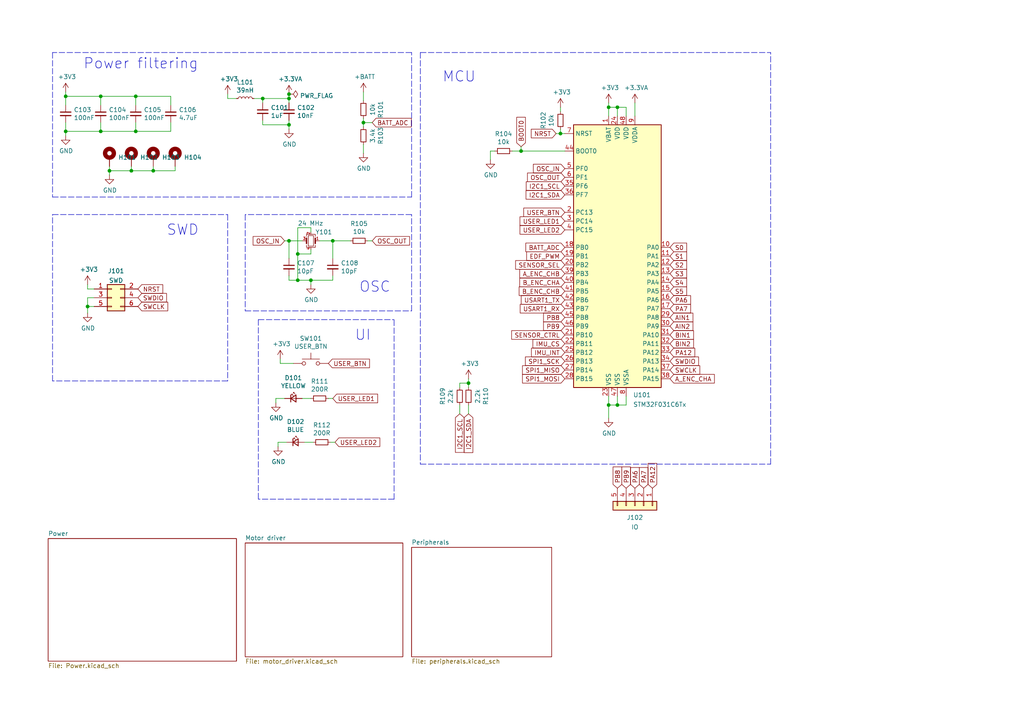
<source format=kicad_sch>
(kicad_sch (version 20211123) (generator eeschema)
  (paper "A4")
  (title_block (title "Kontroller") (date "2021-12-28") (rev "1"))
  (lib_symbols
    (symbol "Connector_Generic:Conn_01x05" (pin_names (offset 1.016) hide)
      (property "Reference" "J" (at 0 7.62 0))
      (property "Value" "Conn_01x05" (at 0 -7.62 0))
      (symbol "Conn_01x05_1_1"
        (rectangle (start -1.27 -4.953) (end 0 -5.207) (stroke (width 0.1524)))
        (rectangle (start -1.27 -2.413) (end 0 -2.667) (stroke (width 0.1524)))
        (rectangle (start -1.27 0.127) (end 0 -0.127) (stroke (width 0.1524)))
        (rectangle (start -1.27 2.667) (end 0 2.413) (stroke (width 0.1524)))
        (rectangle (start -1.27 5.207) (end 0 4.953) (stroke (width 0.1524)))
        (rectangle (start -1.27 6.35) (end 1.27 -6.35) (stroke (width 0.254)) (fill (type background)))
        (pin passive line (at -5.08 5.08 0) (length 3.81) (name "Pin_1") (number "1"))
        (pin passive line (at -5.08 2.54 0) (length 3.81) (name "Pin_2") (number "2"))
        (pin passive line (at -5.08 0 0) (length 3.81) (name "Pin_3") (number "3"))
        (pin passive line (at -5.08 -2.54 0) (length 3.81) (name "Pin_4") (number "4"))
        (pin passive line (at -5.08 -5.08 0) (length 3.81) (name "Pin_5") (number "5"))
      )
    )
    (symbol "Connector_Generic:Conn_02x03_Odd_Even" (pin_names (offset 1.016) hide)
      (property "Reference" "J" (at 1.27 5.08 0))
      (property "Value" "Conn_02x03_Odd_Even" (at 1.27 -5.08 0))
      (symbol "Conn_02x03_Odd_Even_1_1"
        (rectangle (start -1.27 -2.413) (end 0 -2.667) (stroke (width 0.1524)))
        (rectangle (start -1.27 0.127) (end 0 -0.127) (stroke (width 0.1524)))
        (rectangle (start -1.27 2.667) (end 0 2.413) (stroke (width 0.1524)))
        (rectangle (start -1.27 3.81) (end 3.81 -3.81) (stroke (width 0.254)) (fill (type background)))
        (rectangle (start 3.81 -2.413) (end 2.54 -2.667) (stroke (width 0.1524)))
        (rectangle (start 3.81 0.127) (end 2.54 -0.127) (stroke (width 0.1524)))
        (rectangle (start 3.81 2.667) (end 2.54 2.413) (stroke (width 0.1524)))
        (pin passive line (at -5.08 2.54 0) (length 3.81) (name "Pin_1") (number "1"))
        (pin passive line (at 7.62 2.54 180) (length 3.81) (name "Pin_2") (number "2"))
        (pin passive line (at -5.08 0 0) (length 3.81) (name "Pin_3") (number "3"))
        (pin passive line (at 7.62 0 180) (length 3.81) (name "Pin_4") (number "4"))
        (pin passive line (at -5.08 -2.54 0) (length 3.81) (name "Pin_5") (number "5"))
        (pin passive line (at 7.62 -2.54 180) (length 3.81) (name "Pin_6") (number "6"))
      )
    )
    (symbol "Device:C_Small" (pin_numbers hide) (pin_names (offset 0.254) hide)
      (property "Reference" "C" (at 0.254 1.778 0))
      (property "Value" "C_Small" (at 0.254 -2.032 0))
      (symbol "C_Small_0_1"
        (polyline (pts (xy -1.524 -0.508) (xy 1.524 -0.508)) (stroke (width 0.3302)))
        (polyline (pts (xy -1.524 0.508) (xy 1.524 0.508)) (stroke (width 0.3048)))
      )
      (symbol "C_Small_1_1"
        (pin passive line (at 0 2.54 270) (length 2.032) (name "~") (number "1"))
        (pin passive line (at 0 -2.54 90) (length 2.032) (name "~") (number "2"))
      )
    )
    (symbol "Device:Crystal_GND24_Small" (pin_names (offset 1.016) hide)
      (property "Reference" "Y" (at 1.27 4.445 0))
      (property "Value" "Crystal_GND24_Small" (at 1.27 2.54 0))
      (symbol "Crystal_GND24_Small_0_1"
        (rectangle (start -0.762 -1.524) (end 0.762 1.524))
        (polyline (pts (xy -1.27 -0.762) (xy -1.27 0.762)) (stroke (width 0.381)))
        (polyline (pts (xy 1.27 -0.762) (xy 1.27 0.762)) (stroke (width 0.381)))
        (polyline (pts (xy -1.27 -1.27) (xy -1.27 -1.905) (xy 1.27 -1.905) (xy 1.27 -1.27)))
        (polyline (pts (xy -1.27 1.27) (xy -1.27 1.905) (xy 1.27 1.905) (xy 1.27 1.27)))
      )
      (symbol "Crystal_GND24_Small_1_1"
        (pin passive line (at -2.54 0 0) (length 1.27) (name "1") (number "1"))
        (pin passive line (at 0 -2.54 90) (length 0.635) (name "2") (number "2"))
        (pin passive line (at 2.54 0 180) (length 1.27) (name "3") (number "3"))
        (pin passive line (at 0 2.54 270) (length 0.635) (name "4") (number "4"))
      )
    )
    (symbol "Device:LED_Small" (pin_numbers hide) (pin_names (offset 0.254) hide)
      (property "Reference" "D" (at -1.27 3.175 0))
      (property "Value" "LED_Small" (at -4.445 -2.54 0))
      (symbol "LED_Small_0_1"
        (polyline (pts (xy -0.762 -1.016) (xy -0.762 1.016)) (stroke (width 0.254)))
        (polyline (pts (xy 1.016 0) (xy -0.762 0)))
        (polyline (pts (xy 0.762 -1.016) (xy -0.762 0) (xy 0.762 1.016) (xy 0.762 -1.016)) (stroke (width 0.254)))
        (polyline (pts (xy 0 0.762) (xy -0.508 1.27) (xy -0.254 1.27) (xy -0.508 1.27) (xy -0.508 1.016)))
        (polyline (pts (xy 0.508 1.27) (xy 0 1.778) (xy 0.254 1.778) (xy 0 1.778) (xy 0 1.524)))
      )
      (symbol "LED_Small_1_1"
        (pin passive line (at -2.54 0 0) (length 1.778) (name "K") (number "1"))
        (pin passive line (at 2.54 0 180) (length 1.778) (name "A") (number "2"))
      )
    )
    (symbol "Device:L_Small" (pin_numbers hide) (pin_names (offset 0.254) hide)
      (property "Reference" "L" (at 0.762 1.016 0))
      (property "Value" "L_Small" (at 0.762 -1.016 0))
      (symbol "L_Small_0_1"
        (arc (start 0 -2.032) (mid 0.508 -1.524) (end 0 -1.016))
        (arc (start 0 -1.016) (mid 0.508 -0.508) (end 0 0))
        (arc (start 0 0) (mid 0.508 0.508) (end 0 1.016))
        (arc (start 0 1.016) (mid 0.508 1.524) (end 0 2.032))
      )
      (symbol "L_Small_1_1"
        (pin passive line (at 0 2.54 270) (length 0.508) (name "~") (number "1"))
        (pin passive line (at 0 -2.54 90) (length 0.508) (name "~") (number "2"))
      )
    )
    (symbol "Device:R_Small" (pin_numbers hide) (pin_names (offset 0.254) hide)
      (property "Reference" "R" (at 0.762 0.508 0))
      (property "Value" "R_Small" (at 0.762 -1.016 0))
      (symbol "R_Small_0_1"
        (rectangle (start -0.762 1.778) (end 0.762 -1.778) (stroke (width 0.2032)))
      )
      (symbol "R_Small_1_1"
        (pin passive line (at 0 2.54 270) (length 0.762) (name "~") (number "1"))
        (pin passive line (at 0 -2.54 90) (length 0.762) (name "~") (number "2"))
      )
    )
    (symbol "MCU_ST_STM32F0:STM32F031C6Tx"
      (property "Reference" "U" (at -12.7 39.37 0))
      (property "Value" "STM32F031C6Tx" (at 7.62 39.37 0))
      (symbol "STM32F031C6Tx_0_1"
        (rectangle (start -12.7 -38.1) (end 12.7 38.1) (stroke (width 0.254)) (fill (type background)))
      )
      (symbol "STM32F031C6Tx_1_1"
        (pin power_in line (at -2.54 40.64 270) (length 2.54) (name "VBAT") (number "1"))
        (pin bidirectional line (at 15.24 2.54 180) (length 2.54) (name "PA0") (number "10"))
        (pin bidirectional line (at 15.24 0 180) (length 2.54) (name "PA1") (number "11"))
        (pin bidirectional line (at 15.24 -2.54 180) (length 2.54) (name "PA2") (number "12"))
        (pin bidirectional line (at 15.24 -5.08 180) (length 2.54) (name "PA3") (number "13"))
        (pin bidirectional line (at 15.24 -7.62 180) (length 2.54) (name "PA4") (number "14"))
        (pin bidirectional line (at 15.24 -10.16 180) (length 2.54) (name "PA5") (number "15"))
        (pin bidirectional line (at 15.24 -12.7 180) (length 2.54) (name "PA6") (number "16"))
        (pin bidirectional line (at 15.24 -15.24 180) (length 2.54) (name "PA7") (number "17"))
        (pin bidirectional line (at -15.24 2.54 0) (length 2.54) (name "PB0") (number "18"))
        (pin bidirectional line (at -15.24 0 0) (length 2.54) (name "PB1") (number "19"))
        (pin bidirectional line (at -15.24 12.7 0) (length 2.54) (name "PC13") (number "2"))
        (pin bidirectional line (at -15.24 -2.54 0) (length 2.54) (name "PB2") (number "20"))
        (pin bidirectional line (at -15.24 -22.86 0) (length 2.54) (name "PB10") (number "21"))
        (pin bidirectional line (at -15.24 -25.4 0) (length 2.54) (name "PB11") (number "22"))
        (pin power_in line (at -2.54 -40.64 90) (length 2.54) (name "VSS") (number "23"))
        (pin power_in line (at 0 40.64 270) (length 2.54) (name "VDD") (number "24"))
        (pin bidirectional line (at -15.24 -27.94 0) (length 2.54) (name "PB12") (number "25"))
        (pin bidirectional line (at -15.24 -30.48 0) (length 2.54) (name "PB13") (number "26"))
        (pin bidirectional line (at -15.24 -33.02 0) (length 2.54) (name "PB14") (number "27"))
        (pin bidirectional line (at -15.24 -35.56 0) (length 2.54) (name "PB15") (number "28"))
        (pin bidirectional line (at 15.24 -17.78 180) (length 2.54) (name "PA8") (number "29"))
        (pin bidirectional line (at -15.24 10.16 0) (length 2.54) (name "PC14") (number "3"))
        (pin bidirectional line (at 15.24 -20.32 180) (length 2.54) (name "PA9") (number "30"))
        (pin bidirectional line (at 15.24 -22.86 180) (length 2.54) (name "PA10") (number "31"))
        (pin bidirectional line (at 15.24 -25.4 180) (length 2.54) (name "PA11") (number "32"))
        (pin bidirectional line (at 15.24 -27.94 180) (length 2.54) (name "PA12") (number "33"))
        (pin bidirectional line (at 15.24 -30.48 180) (length 2.54) (name "PA13") (number "34"))
        (pin bidirectional line (at -15.24 20.32 0) (length 2.54) (name "PF6") (number "35"))
        (pin bidirectional line (at -15.24 17.78 0) (length 2.54) (name "PF7") (number "36"))
        (pin bidirectional line (at 15.24 -33.02 180) (length 2.54) (name "PA14") (number "37"))
        (pin bidirectional line (at 15.24 -35.56 180) (length 2.54) (name "PA15") (number "38"))
        (pin bidirectional line (at -15.24 -5.08 0) (length 2.54) (name "PB3") (number "39"))
        (pin bidirectional line (at -15.24 7.62 0) (length 2.54) (name "PC15") (number "4"))
        (pin bidirectional line (at -15.24 -7.62 0) (length 2.54) (name "PB4") (number "40"))
        (pin bidirectional line (at -15.24 -10.16 0) (length 2.54) (name "PB5") (number "41"))
        (pin bidirectional line (at -15.24 -12.7 0) (length 2.54) (name "PB6") (number "42"))
        (pin bidirectional line (at -15.24 -15.24 0) (length 2.54) (name "PB7") (number "43"))
        (pin input line (at -15.24 30.48 0) (length 2.54) (name "BOOT0") (number "44"))
        (pin bidirectional line (at -15.24 -17.78 0) (length 2.54) (name "PB8") (number "45"))
        (pin bidirectional line (at -15.24 -20.32 0) (length 2.54) (name "PB9") (number "46"))
        (pin power_in line (at 0 -40.64 90) (length 2.54) (name "VSS") (number "47"))
        (pin power_in line (at 2.54 40.64 270) (length 2.54) (name "VDD") (number "48"))
        (pin input line (at -15.24 25.4 0) (length 2.54) (name "PF0") (number "5"))
        (pin input line (at -15.24 22.86 0) (length 2.54) (name "PF1") (number "6"))
        (pin input line (at -15.24 35.56 0) (length 2.54) (name "NRST") (number "7"))
        (pin power_in line (at 2.54 -40.64 90) (length 2.54) (name "VSSA") (number "8"))
        (pin power_in line (at 5.08 40.64 270) (length 2.54) (name "VDDA") (number "9"))
      )
    )
    (symbol "Mechanical:MountingHole_Pad" (pin_numbers hide) (pin_names (offset 1.016) hide)
      (property "Reference" "H" (at 0 6.35 0))
      (property "Value" "MountingHole_Pad" (at 0 4.445 0))
      (symbol "MountingHole_Pad_0_1"
        (circle (center 0 1.27) (radius 1.27) (stroke (width 1.27)))
      )
      (symbol "MountingHole_Pad_1_1"
        (pin input line (at 0 -2.54 90) (length 2.54) (name "1") (number "1"))
      )
    )
    (symbol "Switch:SW_Push" (pin_numbers hide) (pin_names (offset 1.016) hide)
      (property "Reference" "SW" (at 1.27 2.54 0))
      (property "Value" "SW_Push" (at 0 -1.524 0))
      (symbol "SW_Push_0_1"
        (circle (center -2.032 0) (radius 0.508))
        (polyline (pts (xy 0 1.27) (xy 0 3.048)))
        (polyline (pts (xy 2.54 1.27) (xy -2.54 1.27)))
        (circle (center 2.032 0) (radius 0.508))
        (pin passive line (at -5.08 0 0) (length 2.54) (name "1") (number "1"))
        (pin passive line (at 5.08 0 180) (length 2.54) (name "2") (number "2"))
      )
    )
    (symbol "power:+3.3V" (power) (pin_names (offset 0))
      (property "Value" "+3.3V" (at 0 3.556 0))
      (symbol "+3.3V_0_1"
        (polyline (pts (xy -0.762 1.27) (xy 0 2.54)))
        (polyline (pts (xy 0 0) (xy 0 2.54)))
        (polyline (pts (xy 0 2.54) (xy 0.762 1.27)))
      )
      (symbol "+3.3V_1_1"
        (pin power_in line (at 0 0 90) (length 0) hide (name "+3V3") (number "1"))
      )
    )
    (symbol "power:+3.3VA" (power) (pin_names (offset 0))
      (property "Value" "+3.3VA" (at 0 3.556 0))
      (symbol "+3.3VA_0_1"
        (polyline (pts (xy -0.762 1.27) (xy 0 2.54)))
        (polyline (pts (xy 0 0) (xy 0 2.54)))
        (polyline (pts (xy 0 2.54) (xy 0.762 1.27)))
      )
      (symbol "+3.3VA_1_1"
        (pin power_in line (at 0 0 90) (length 0) hide (name "+3.3VA") (number "1"))
      )
    )
    (symbol "power:+BATT" (power) (pin_names (offset 0))
      (property "Value" "+BATT" (at 0 3.556 0))
      (symbol "+BATT_0_1"
        (polyline (pts (xy -0.762 1.27) (xy 0 2.54)))
        (polyline (pts (xy 0 0) (xy 0 2.54)))
        (polyline (pts (xy 0 2.54) (xy 0.762 1.27)))
      )
      (symbol "+BATT_1_1"
        (pin power_in line (at 0 0 90) (length 0) hide (name "+BATT") (number "1"))
      )
    )
    (symbol "power:GND" (power) (pin_names (offset 0))
      (property "Value" "GND" (at 0 -3.81 0))
      (symbol "GND_0_1"
        (polyline (pts (xy 0 0) (xy 0 -1.27) (xy 1.27 -1.27) (xy 0 -2.54) (xy -1.27 -1.27) (xy 0 -1.27)))
      )
      (symbol "GND_1_1"
        (pin power_in line (at 0 0 270) (length 0) hide (name "GND") (number "1"))
      )
    )
    (symbol "power:PWR_FLAG" (power) (pin_numbers hide) (pin_names (offset 0) hide)
      (property "Value" "PWR_FLAG" (at 0 3.81 0))
      (symbol "PWR_FLAG_0_0"
        (pin power_out line (at 0 0 90) (length 0) (name "pwr") (number "1"))
      )
      (symbol "PWR_FLAG_0_1"
        (polyline (pts (xy 0 0) (xy 0 1.27) (xy -1.016 1.905) (xy 0 2.54) (xy 1.016 1.905) (xy 0 1.27)))
      )
    )
  )
  (junction (at 176.53 31.115))
  (junction (at 19.05 38.1))
  (junction (at 162.56 38.735))
  (junction (at 44.45 49.53))
  (junction (at 83.82 36.195))
  (junction (at 83.82 27.305))
  (junction (at 38.1 49.53))
  (junction (at 25.4 88.9))
  (junction (at 96.52 69.85))
  (junction (at 31.75 49.53))
  (junction (at 39.37 27.94))
  (junction (at 29.21 27.94))
  (junction (at 19.05 27.94))
  (junction (at 135.89 111.125))
  (junction (at 29.21 38.1))
  (junction (at 179.07 31.115))
  (junction (at 90.17 81.28))
  (junction (at 86.36 73.66))
  (junction (at 39.37 38.1))
  (junction (at 176.53 117.475))
  (junction (at 83.82 28.575))
  (junction (at 179.07 117.475))
  (junction (at 105.41 35.56))
  (junction (at 83.82 69.85))
  (junction (at 151.13 43.815))
  (junction (at 86.36 81.28))
  (junction (at 76.2 28.575))
  (polyline (pts (xy 119.38 62.23) (xy 71.12 62.23)))
  (wire (pts (xy 83.82 28.575) (xy 83.82 27.305)))
  (wire (pts (xy 142.24 43.815) (xy 143.51 43.815)))
  (wire (pts (xy 162.56 37.465) (xy 162.56 38.735)))
  (wire (pts (xy 95.25 115.57) (xy 96.52 115.57)))
  (wire (pts (xy 96.52 81.28) (xy 96.52 80.01)))
  (wire (pts (xy 142.24 46.355) (xy 142.24 43.815)))
  (wire (pts (xy 44.45 49.53) (xy 50.8 49.53)))
  (wire (pts (xy 83.82 36.195) (xy 83.82 34.925)))
  (wire (pts (xy 49.53 35.56) (xy 49.53 38.1)))
  (wire (pts (xy 105.41 35.56) (xy 105.41 36.83)))
  (polyline (pts (xy 114.3 144.78) (xy 114.3 92.71)))
  (wire (pts (xy 133.35 117.475) (xy 133.35 120.015)))
  (wire (pts (xy 29.21 38.1) (xy 39.37 38.1)))
  (polyline (pts (xy 74.93 92.71) (xy 114.3 92.71)))
  (polyline (pts (xy 15.24 15.24) (xy 15.24 57.15)))
  (wire (pts (xy 81.28 105.41) (xy 85.09 105.41)))
  (wire (pts (xy 133.35 112.395) (xy 133.35 111.125)))
  (wire (pts (xy 50.8 49.53) (xy 50.8 48.26)))
  (wire (pts (xy 176.53 117.475) (xy 176.53 114.935)))
  (wire (pts (xy 90.17 72.39) (xy 90.17 73.66)))
  (polyline (pts (xy 66.04 62.23) (xy 66.04 110.49)))
  (wire (pts (xy 86.36 81.28) (xy 90.17 81.28)))
  (wire (pts (xy 29.21 30.48) (xy 29.21 27.94)))
  (wire (pts (xy 90.17 81.28) (xy 90.17 82.55)))
  (wire (pts (xy 25.4 90.805) (xy 25.4 88.9)))
  (wire (pts (xy 44.45 48.26) (xy 44.45 49.53)))
  (wire (pts (xy 19.05 38.1) (xy 29.21 38.1)))
  (wire (pts (xy 19.05 39.37) (xy 19.05 38.1)))
  (wire (pts (xy 181.61 117.475) (xy 179.07 117.475)))
  (wire (pts (xy 101.6 69.85) (xy 96.52 69.85)))
  (wire (pts (xy 76.2 36.195) (xy 76.2 34.925)))
  (polyline (pts (xy 71.12 90.17) (xy 119.38 90.17)))
  (wire (pts (xy 105.41 26.67) (xy 105.41 29.21)))
  (wire (pts (xy 105.41 35.56) (xy 107.95 35.56)))
  (wire (pts (xy 176.53 31.115) (xy 179.07 31.115)))
  (wire (pts (xy 162.56 32.385) (xy 162.56 31.115)))
  (wire (pts (xy 95.885 128.27) (xy 97.155 128.27)))
  (wire (pts (xy 184.15 29.845) (xy 184.15 33.655)))
  (wire (pts (xy 179.07 31.115) (xy 181.61 31.115)))
  (wire (pts (xy 76.2 28.575) (xy 83.82 28.575)))
  (wire (pts (xy 83.82 28.575) (xy 83.82 29.845)))
  (wire (pts (xy 66.04 27.305) (xy 66.04 28.575)))
  (wire (pts (xy 80.645 128.27) (xy 83.185 128.27)))
  (wire (pts (xy 73.66 28.575) (xy 76.2 28.575)))
  (polyline (pts (xy 119.38 15.24) (xy 15.24 15.24)))
  (wire (pts (xy 83.82 69.85) (xy 83.82 74.93)))
  (wire (pts (xy 87.63 115.57) (xy 90.17 115.57)))
  (polyline (pts (xy 121.92 15.24) (xy 223.52 15.24)))
  (polyline (pts (xy 119.38 57.15) (xy 119.38 15.24)))
  (wire (pts (xy 105.41 41.91) (xy 105.41 44.45)))
  (wire (pts (xy 162.56 38.735) (xy 163.83 38.735)))
  (wire (pts (xy 25.4 88.9) (xy 25.4 86.36)))
  (wire (pts (xy 25.4 86.36) (xy 27.305 86.36)))
  (polyline (pts (xy 121.92 15.24) (xy 121.92 134.62)))
  (wire (pts (xy 151.13 42.545) (xy 151.13 43.815)))
  (wire (pts (xy 96.52 74.93) (xy 96.52 69.85)))
  (wire (pts (xy 181.61 114.935) (xy 181.61 117.475)))
  (polyline (pts (xy 119.38 90.17) (xy 119.38 62.23)))
  (wire (pts (xy 83.82 69.85) (xy 82.55 69.85)))
  (polyline (pts (xy 15.24 62.23) (xy 66.04 62.23)))
  (wire (pts (xy 81.28 104.14) (xy 81.28 105.41)))
  (wire (pts (xy 83.82 36.195) (xy 76.2 36.195)))
  (wire (pts (xy 179.07 114.935) (xy 179.07 117.475)))
  (wire (pts (xy 83.82 37.465) (xy 83.82 36.195)))
  (wire (pts (xy 176.53 29.845) (xy 176.53 31.115)))
  (wire (pts (xy 96.52 69.85) (xy 92.71 69.85)))
  (wire (pts (xy 39.37 38.1) (xy 39.37 35.56)))
  (wire (pts (xy 31.75 50.8) (xy 31.75 49.53)))
  (wire (pts (xy 19.05 27.94) (xy 19.05 30.48)))
  (wire (pts (xy 76.2 28.575) (xy 76.2 29.845)))
  (wire (pts (xy 49.53 30.48) (xy 49.53 27.94)))
  (polyline (pts (xy 74.93 92.71) (xy 74.93 144.78)))
  (wire (pts (xy 179.07 117.475) (xy 176.53 117.475)))
  (polyline (pts (xy 114.3 144.78) (xy 74.93 144.78)))
  (wire (pts (xy 161.29 38.735) (xy 162.56 38.735)))
  (wire (pts (xy 90.17 81.28) (xy 96.52 81.28)))
  (wire (pts (xy 25.4 83.82) (xy 27.305 83.82)))
  (wire (pts (xy 83.82 80.01) (xy 83.82 81.28)))
  (wire (pts (xy 25.4 82.55) (xy 25.4 83.82)))
  (wire (pts (xy 25.4 88.9) (xy 27.305 88.9)))
  (polyline (pts (xy 15.24 110.49) (xy 15.24 62.23)))
  (polyline (pts (xy 121.92 134.62) (xy 223.52 134.62)))
  (wire (pts (xy 135.89 109.855) (xy 135.89 111.125)))
  (wire (pts (xy 133.35 111.125) (xy 135.89 111.125)))
  (wire (pts (xy 29.21 35.56) (xy 29.21 38.1)))
  (wire (pts (xy 105.41 34.29) (xy 105.41 35.56)))
  (wire (pts (xy 31.75 49.53) (xy 38.1 49.53)))
  (wire (pts (xy 151.13 43.815) (xy 163.83 43.815)))
  (wire (pts (xy 19.05 27.94) (xy 19.05 26.67)))
  (wire (pts (xy 19.05 38.1) (xy 19.05 35.56)))
  (wire (pts (xy 83.82 81.28) (xy 86.36 81.28)))
  (wire (pts (xy 176.53 31.115) (xy 176.53 33.655)))
  (wire (pts (xy 86.36 66.04) (xy 86.36 73.66)))
  (wire (pts (xy 86.36 73.66) (xy 86.36 81.28)))
  (wire (pts (xy 80.645 129.54) (xy 80.645 128.27)))
  (wire (pts (xy 38.1 49.53) (xy 44.45 49.53)))
  (wire (pts (xy 31.75 49.53) (xy 31.75 48.26)))
  (polyline (pts (xy 223.52 134.62) (xy 223.52 15.24)))
  (wire (pts (xy 135.89 111.125) (xy 135.89 112.395)))
  (wire (pts (xy 87.63 69.85) (xy 83.82 69.85)))
  (wire (pts (xy 148.59 43.815) (xy 151.13 43.815)))
  (wire (pts (xy 176.53 121.285) (xy 176.53 117.475)))
  (wire (pts (xy 88.265 128.27) (xy 90.805 128.27)))
  (wire (pts (xy 179.07 31.115) (xy 179.07 33.655)))
  (polyline (pts (xy 66.04 110.49) (xy 15.24 110.49)))
  (polyline (pts (xy 15.24 57.15) (xy 119.38 57.15)))
  (polyline (pts (xy 71.12 62.23) (xy 71.12 90.17)))
  (wire (pts (xy 49.53 27.94) (xy 39.37 27.94)))
  (wire (pts (xy 90.17 67.31) (xy 90.17 66.04)))
  (wire (pts (xy 38.1 48.26) (xy 38.1 49.53)))
  (wire (pts (xy 181.61 31.115) (xy 181.61 33.655)))
  (wire (pts (xy 29.21 27.94) (xy 19.05 27.94)))
  (wire (pts (xy 80.01 115.57) (xy 82.55 115.57)))
  (wire (pts (xy 66.04 28.575) (xy 68.58 28.575)))
  (wire (pts (xy 80.01 116.84) (xy 80.01 115.57)))
  (wire (pts (xy 90.17 66.04) (xy 86.36 66.04)))
  (wire (pts (xy 135.89 117.475) (xy 135.89 120.015)))
  (wire (pts (xy 90.17 73.66) (xy 86.36 73.66)))
  (wire (pts (xy 39.37 27.94) (xy 29.21 27.94)))
  (wire (pts (xy 106.68 69.85) (xy 107.95 69.85)))
  (wire (pts (xy 39.37 38.1) (xy 49.53 38.1)))
  (wire (pts (xy 39.37 27.94) (xy 39.37 30.48)))
  (text "Power filtering" (at 24.13 20.32 0) (effects (font (size 2.9972 2.9972)) (justify left bottom)))
  (text "MCU" (at 128.27 24.13 0) (effects (font (size 2.9972 2.9972)) (justify left bottom)))
  (text "OSC" (at 104.14 85.09 0) (effects (font (size 2.9972 2.9972)) (justify left bottom)))
  (text "UI" (at 102.87 99.06 0) (effects (font (size 2.9972 2.9972)) (justify left bottom)))
  (text "SWD" (at 48.26 68.58 0) (effects (font (size 2.9972 2.9972)) (justify left bottom)))
  (global_label "SWDIO" (shape input) (at 40.005 86.36 0) (property "Intersheet References" "${INTERSHEET_REFS}" (effects hide)))
  (global_label "PA7" (shape input) (at 194.31 89.535 0) (property "Intersheet References" "${INTERSHEET_REFS}" (effects hide)))
  (global_label "BATT_ADC" (shape input) (at 163.83 71.755 180) (property "Intersheet References" "${INTERSHEET_REFS}" (effects hide)))
  (global_label "PB9" (shape input) (at 163.83 94.615 180) (property "Intersheet References" "${INTERSHEET_REFS}" (effects hide)))
  (global_label "USER_LED2" (shape input) (at 163.83 66.675 180) (property "Intersheet References" "${INTERSHEET_REFS}" (effects hide)))
  (global_label "PA6" (shape input) (at 194.31 86.995 0) (property "Intersheet References" "${INTERSHEET_REFS}" (effects hide)))
  (global_label "OSC_OUT" (shape input) (at 107.95 69.85 0) (property "Intersheet References" "${INTERSHEET_REFS}" (effects hide)))
  (global_label "IMU_INT" (shape input) (at 163.83 102.235 180) (property "Intersheet References" "${INTERSHEET_REFS}" (effects hide)))
  (global_label "NRST" (shape input) (at 40.005 83.82 0) (property "Intersheet References" "${INTERSHEET_REFS}" (effects hide)))
  (global_label "I2C1_SDA" (shape input) (at 163.83 56.515 180) (property "Intersheet References" "${INTERSHEET_REFS}" (effects hide)))
  (global_label "B_ENC_CHB" (shape input) (at 163.83 84.455 180) (property "Intersheet References" "${INTERSHEET_REFS}" (effects hide)))
  (global_label "PA12" (shape input) (at 194.31 102.235 0) (property "Intersheet References" "${INTERSHEET_REFS}" (effects hide)))
  (global_label "BIN1" (shape input) (at 194.31 97.155 0) (property "Intersheet References" "${INTERSHEET_REFS}" (effects hide)))
  (global_label "USER_LED1" (shape input) (at 163.83 64.135 180) (property "Intersheet References" "${INTERSHEET_REFS}" (effects hide)))
  (global_label "I2C1_SCL" (shape input) (at 163.83 53.975 180) (property "Intersheet References" "${INTERSHEET_REFS}" (effects hide)))
  (global_label "S5" (shape input) (at 194.31 84.455 0) (property "Intersheet References" "${INTERSHEET_REFS}" (effects hide)))
  (global_label "I2C1_SCL" (shape input) (at 133.35 120.015 270) (property "Intersheet References" "${INTERSHEET_REFS}" (effects hide)))
  (global_label "A_ENC_CHA" (shape input) (at 194.31 109.855 0) (property "Intersheet References" "${INTERSHEET_REFS}" (effects hide)))
  (global_label "OSC_OUT" (shape input) (at 163.83 51.435 180) (property "Intersheet References" "${INTERSHEET_REFS}" (effects hide)))
  (global_label "PB8" (shape input) (at 179.07 141.605 90) (property "Intersheet References" "${INTERSHEET_REFS}" (effects hide)))
  (global_label "S4" (shape input) (at 194.31 81.915 0) (property "Intersheet References" "${INTERSHEET_REFS}" (effects hide)))
  (global_label "S1" (shape input) (at 194.31 74.295 0) (property "Intersheet References" "${INTERSHEET_REFS}" (effects hide)))
  (global_label "SPI1_MISO" (shape input) (at 163.83 107.315 180) (property "Intersheet References" "${INTERSHEET_REFS}" (effects hide)))
  (global_label "PA12" (shape input) (at 189.23 141.605 90) (property "Intersheet References" "${INTERSHEET_REFS}" (effects hide)))
  (global_label "USER_LED1" (shape input) (at 96.52 115.57 0) (property "Intersheet References" "${INTERSHEET_REFS}" (effects hide)))
  (global_label "USART1_RX" (shape input) (at 163.83 89.535 180) (property "Intersheet References" "${INTERSHEET_REFS}" (effects hide)))
  (global_label "NRST" (shape input) (at 161.29 38.735 180) (property "Intersheet References" "${INTERSHEET_REFS}" (effects hide)))
  (global_label "S2" (shape input) (at 194.31 76.835 0) (property "Intersheet References" "${INTERSHEET_REFS}" (effects hide)))
  (global_label "SWCLK" (shape input) (at 194.31 107.315 0) (property "Intersheet References" "${INTERSHEET_REFS}" (effects hide)))
  (global_label "EDF_PWM" (shape input) (at 163.83 74.295 180) (property "Intersheet References" "${INTERSHEET_REFS}" (effects hide)))
  (global_label "SPI1_SCK" (shape input) (at 163.83 104.775 180) (property "Intersheet References" "${INTERSHEET_REFS}" (effects hide)))
  (global_label "S3" (shape input) (at 194.31 79.375 0) (property "Intersheet References" "${INTERSHEET_REFS}" (effects hide)))
  (global_label "OSC_IN" (shape input) (at 82.55 69.85 180) (property "Intersheet References" "${INTERSHEET_REFS}" (effects hide)))
  (global_label "USER_LED2" (shape input) (at 97.155 128.27 0) (property "Intersheet References" "${INTERSHEET_REFS}" (effects hide)))
  (global_label "BIN2" (shape input) (at 194.31 99.695 0) (property "Intersheet References" "${INTERSHEET_REFS}" (effects hide)))
  (global_label "SWDIO" (shape input) (at 194.31 104.775 0) (property "Intersheet References" "${INTERSHEET_REFS}" (effects hide)))
  (global_label "SPI1_MOSI" (shape input) (at 163.83 109.855 180) (property "Intersheet References" "${INTERSHEET_REFS}" (effects hide)))
  (global_label "PA7" (shape input) (at 186.69 141.605 90) (property "Intersheet References" "${INTERSHEET_REFS}" (effects hide)))
  (global_label "PB8" (shape input) (at 163.83 92.075 180) (property "Intersheet References" "${INTERSHEET_REFS}" (effects hide)))
  (global_label "S0" (shape input) (at 194.31 71.755 0) (property "Intersheet References" "${INTERSHEET_REFS}" (effects hide)))
  (global_label "OSC_IN" (shape input) (at 163.83 48.895 180) (property "Intersheet References" "${INTERSHEET_REFS}" (effects hide)))
  (global_label "AIN1" (shape input) (at 194.31 92.075 0) (property "Intersheet References" "${INTERSHEET_REFS}" (effects hide)))
  (global_label "USART1_TX" (shape input) (at 163.83 86.995 180) (property "Intersheet References" "${INTERSHEET_REFS}" (effects hide)))
  (global_label "USER_BTN" (shape input) (at 95.25 105.41 0) (property "Intersheet References" "${INTERSHEET_REFS}" (effects hide)))
  (global_label "IMU_CS" (shape input) (at 163.83 99.695 180) (property "Intersheet References" "${INTERSHEET_REFS}" (effects hide)))
  (global_label "SENSOR_SEL" (shape input) (at 163.83 76.835 180) (property "Intersheet References" "${INTERSHEET_REFS}" (effects hide)))
  (global_label "BOOT0" (shape input) (at 151.13 42.545 90) (property "Intersheet References" "${INTERSHEET_REFS}" (effects hide)))
  (global_label "A_ENC_CHB" (shape input) (at 163.83 79.375 180) (property "Intersheet References" "${INTERSHEET_REFS}" (effects hide)))
  (global_label "PA6" (shape input) (at 184.15 141.605 90) (property "Intersheet References" "${INTERSHEET_REFS}" (effects hide)))
  (global_label "I2C1_SDA" (shape input) (at 135.89 120.015 270) (property "Intersheet References" "${INTERSHEET_REFS}" (effects hide)))
  (global_label "SWCLK" (shape input) (at 40.005 88.9 0) (property "Intersheet References" "${INTERSHEET_REFS}" (effects hide)))
  (global_label "PB9" (shape input) (at 181.61 141.605 90) (property "Intersheet References" "${INTERSHEET_REFS}" (effects hide)))
  (global_label "AIN2" (shape input) (at 194.31 94.615 0) (property "Intersheet References" "${INTERSHEET_REFS}" (effects hide)))
  (global_label "USER_BTN" (shape input) (at 163.83 61.595 180) (property "Intersheet References" "${INTERSHEET_REFS}" (effects hide)))
  (global_label "BATT_ADC" (shape input) (at 107.95 35.56 0) (property "Intersheet References" "${INTERSHEET_REFS}" (effects hide)))
  (global_label "SENSOR_CTRL" (shape input) (at 163.83 97.155 180) (property "Intersheet References" "${INTERSHEET_REFS}" (effects hide)))
  (global_label "B_ENC_CHA" (shape input) (at 163.83 81.915 180) (property "Intersheet References" "${INTERSHEET_REFS}" (effects hide)))
  (symbol (lib_id "power:+3.3V") (at 162.56 31.115 0) (unit 1)
    (property "Reference" "#PWR0107" (effects hide))
    (property "Value" "+3.3V" (at 162.941 26.7208 0))
  )
  (symbol (lib_id "power:GND") (at 176.53 121.285 0) (unit 1)
    (property "Reference" "#PWR0119" (effects hide))
    (property "Value" "GND" (at 176.657 125.6792 0))
  )
  (symbol (lib_id "power:+3.3VA") (at 184.15 29.845 0) (unit 1)
    (property "Reference" "#PWR0106" (effects hide))
    (property "Value" "+3.3VA" (at 184.531 25.4508 0))
  )
  (symbol (lib_id "Device:R_Small") (at 146.05 43.815 270) (unit 1)
    (property "Reference" "R104" (at 146.05 38.8366 90))
    (property "Value" "10k" (at 146.05 41.148 90))
    (property "Footprint" "Resistor_SMD:R_0603_1608Metric" (effects hide))
  )
  (symbol (lib_id "power:GND") (at 142.24 46.355 0) (unit 1)
    (property "Reference" "#PWR0111" (effects hide))
    (property "Value" "GND" (at 142.367 50.7492 0))
  )
  (symbol (lib_id "Device:L_Small") (at 71.12 28.575 90) (unit 1)
    (property "Reference" "L101" (at 71.12 23.876 90))
    (property "Value" "39nH" (at 71.12 26.1874 90))
    (property "Footprint" "Inductor_SMD:L_0603_1608Metric" (effects hide))
  )
  (symbol (lib_id "Device:C_Small") (at 76.2 32.385 0) (unit 1)
    (property "Reference" "C101" (at 78.5368 31.2166 0) (effects (justify left)))
    (property "Value" "1uF" (at 78.5368 33.528 0) (effects (justify left)))
    (property "Footprint" "Capacitor_SMD:C_0603_1608Metric" (effects hide))
  )
  (symbol (lib_id "Device:C_Small") (at 83.82 32.385 0) (unit 1)
    (property "Reference" "C102" (at 86.1568 31.2166 0) (effects (justify left)))
    (property "Value" "10nF" (at 86.1568 33.528 0) (effects (justify left)))
    (property "Footprint" "Capacitor_SMD:C_0603_1608Metric" (effects hide))
  )
  (symbol (lib_id "power:GND") (at 83.82 37.465 0) (unit 1)
    (property "Reference" "#PWR0108" (effects hide))
    (property "Value" "GND" (at 83.947 41.8592 0))
  )
  (symbol (lib_id "power:+3.3VA") (at 83.82 27.305 0) (unit 1)
    (property "Reference" "#PWR0104" (effects hide))
    (property "Value" "+3.3VA" (at 84.201 22.9108 0))
  )
  (symbol (lib_id "power:+3.3V") (at 66.04 27.305 0) (unit 1)
    (property "Reference" "#PWR0103" (effects hide))
    (property "Value" "+3.3V" (at 66.421 22.9108 0))
  )
  (symbol (lib_id "Device:C_Small") (at 39.37 33.02 0) (unit 1)
    (property "Reference" "C105" (at 41.7068 31.8516 0) (effects (justify left)))
    (property "Value" "100nF" (at 41.7068 34.163 0) (effects (justify left)))
    (property "Footprint" "Capacitor_SMD:C_0603_1608Metric" (effects hide))
  )
  (symbol (lib_id "Device:C_Small") (at 29.21 33.02 0) (unit 1)
    (property "Reference" "C104" (at 31.5468 31.8516 0) (effects (justify left)))
    (property "Value" "100nF" (at 31.5468 34.163 0) (effects (justify left)))
    (property "Footprint" "Capacitor_SMD:C_0603_1608Metric" (effects hide))
  )
  (symbol (lib_id "Device:C_Small") (at 19.05 33.02 0) (unit 1)
    (property "Reference" "C103" (at 21.3868 31.8516 0) (effects (justify left)))
    (property "Value" "100nF" (at 21.3868 34.163 0) (effects (justify left)))
    (property "Footprint" "Capacitor_SMD:C_0603_1608Metric" (effects hide))
  )
  (symbol (lib_id "power:+3.3V") (at 19.05 26.67 0) (unit 1)
    (property "Reference" "#PWR0101" (effects hide))
    (property "Value" "+3.3V" (at 19.431 22.2758 0))
  )
  (symbol (lib_id "power:GND") (at 19.05 39.37 0) (unit 1)
    (property "Reference" "#PWR0109" (effects hide))
    (property "Value" "GND" (at 19.177 43.7642 0))
  )
  (symbol (lib_id "Device:Crystal_GND24_Small") (at 90.17 69.85 180) (unit 1)
    (property "Reference" "Y101" (at 91.44 67.31 0) (effects (justify right)))
    (property "Value" "24 MHz" (at 86.36 64.77 0) (effects (justify right)))
    (property "Footprint" "Crystal:Crystal_SMD_3225-4Pin_3.2x2.5mm" (effects hide))
    (property "Datasheet" "C280090_LCSC" (effects hide))
  )
  (symbol (lib_id "Device:C_Small") (at 96.52 77.47 0) (unit 1)
    (property "Reference" "C108" (at 98.8568 76.3016 0) (effects (justify left)))
    (property "Value" "10pF" (at 98.8568 78.613 0) (effects (justify left)))
    (property "Footprint" "Capacitor_SMD:C_0603_1608Metric" (effects hide))
  )
  (symbol (lib_id "Device:C_Small") (at 83.82 77.47 0) (unit 1)
    (property "Reference" "C107" (at 86.1568 76.3016 0) (effects (justify left)))
    (property "Value" "10pF" (at 86.1568 78.613 0) (effects (justify left)))
    (property "Footprint" "Capacitor_SMD:C_0603_1608Metric" (effects hide))
  )
  (symbol (lib_id "power:GND") (at 90.17 82.55 0) (unit 1)
    (property "Reference" "#PWR0114" (effects hide))
    (property "Value" "GND" (at 90.297 86.9442 0))
  )
  (symbol (lib_id "Device:R_Small") (at 104.14 69.85 270) (unit 1)
    (property "Reference" "R105" (at 104.14 64.8716 90))
    (property "Value" "10k" (at 104.14 67.183 90))
    (property "Footprint" "Resistor_SMD:R_0603_1608Metric" (effects hide))
  )
  (symbol (lib_id "power:+3.3V") (at 25.4 82.55 0) (unit 1)
    (property "Reference" "#PWR0113" (effects hide))
    (property "Value" "+3.3V" (at 25.781 78.1558 0))
  )
  (symbol (lib_id "power:GND") (at 25.4 90.805 0) (unit 1)
    (property "Reference" "#PWR0115" (effects hide))
    (property "Value" "GND" (at 25.527 95.1992 0))
  )
  (symbol (lib_id "Switch:SW_Push") (at 90.17 105.41 0) (unit 1)
    (property "Reference" "SW101" (at 90.17 98.171 0))
    (property "Value" "USER_BTN" (at 90.17 100.4824 0))
    (property "Footprint" "Button_Switch_SMD:SW_SPST_FSMSM" (effects hide))
  )
  (symbol (lib_id "Device:R_Small") (at 92.71 115.57 270) (unit 1)
    (property "Reference" "R111" (at 92.71 110.5916 90))
    (property "Value" "200R" (at 92.71 112.903 90))
    (property "Footprint" "Resistor_SMD:R_0603_1608Metric" (effects hide))
  )
  (symbol (lib_id "power:+3.3V") (at 81.28 104.14 0) (unit 1)
    (property "Reference" "#PWR0116" (effects hide))
    (property "Value" "+3.3V" (at 81.661 99.7458 0))
  )
  (symbol (lib_id "Device:R_Small") (at 162.56 34.925 0) (unit 1)
    (property "Reference" "R102" (at 157.5816 34.925 90))
    (property "Value" "10k" (at 159.893 34.925 90))
    (property "Footprint" "Resistor_SMD:R_0603_1608Metric" (effects hide))
  )
  (symbol (lib_id "power:+3.3V") (at 176.53 29.845 0) (unit 1)
    (property "Reference" "#PWR0105" (effects hide))
    (property "Value" "+3.3V" (at 176.911 25.4508 0))
  )
  (symbol (lib_id "Device:R_Small") (at 105.41 31.75 180) (unit 1)
    (property "Reference" "R101" (at 110.3884 31.75 90))
    (property "Value" "10k" (at 108.077 31.75 90))
    (property "Footprint" "Resistor_SMD:R_0603_1608Metric" (effects hide))
  )
  (symbol (lib_id "Device:R_Small") (at 105.41 39.37 180) (unit 1)
    (property "Reference" "R103" (at 110.3884 39.37 90))
    (property "Value" "3.4k" (at 108.077 39.37 90))
    (property "Footprint" "Resistor_SMD:R_0603_1608Metric" (effects hide))
  )
  (symbol (lib_id "power:GND") (at 105.41 44.45 0) (unit 1)
    (property "Reference" "#PWR0110" (effects hide))
    (property "Value" "GND" (at 105.537 48.8442 0))
  )
  (symbol (lib_id "power:+BATT") (at 105.41 26.67 0) (unit 1)
    (property "Reference" "#PWR0102" (effects hide))
    (property "Value" "+BATT" (at 105.791 22.2758 0))
  )
  (symbol (lib_id "Device:LED_Small") (at 85.09 115.57 0) (unit 1)
    (property "Reference" "D101" (at 85.09 109.601 0))
    (property "Value" "YELLOW" (at 85.09 111.9124 0))
    (property "Footprint" "LED_SMD:LED_0805_2012Metric" (effects hide))
  )
  (symbol (lib_id "power:GND") (at 80.01 116.84 0) (unit 1)
    (property "Reference" "#PWR0118" (effects hide))
    (property "Value" "GND" (at 80.137 121.2342 0))
  )
  (symbol (lib_id "Device:C_Small") (at 49.53 33.02 0) (unit 1)
    (property "Reference" "C106" (at 51.8668 31.8516 0) (effects (justify left)))
    (property "Value" "4.7uF" (at 51.8668 34.163 0) (effects (justify left)))
    (property "Footprint" "Capacitor_SMD:C_0603_1608Metric" (effects hide))
  )
  (symbol (lib_id "Mechanical:MountingHole_Pad") (at 31.75 45.72 0) (unit 1)
    (property "Reference" "H101" (at 34.29 45.6438 0) (effects (justify left)))
    (property "Value" "MountingHole_Pad" (effects hide))
    (property "Footprint" "MountingHole:MountingHole_2.2mm_M2_Pad_Via" (effects hide))
  )
  (symbol (lib_id "Mechanical:MountingHole_Pad") (at 38.1 45.72 0) (unit 1)
    (property "Reference" "H102" (at 40.64 45.6438 0) (effects (justify left)))
    (property "Value" "MountingHole_Pad" (effects hide))
    (property "Footprint" "MountingHole:MountingHole_2.2mm_M2_Pad_Via" (effects hide))
  )
  (symbol (lib_id "Mechanical:MountingHole_Pad") (at 44.45 45.72 0) (unit 1)
    (property "Reference" "H103" (at 46.99 45.6438 0) (effects (justify left)))
    (property "Value" "MountingHole_Pad" (effects hide))
    (property "Footprint" "MountingHole:MountingHole_2.2mm_M2_Pad_Via" (effects hide))
  )
  (symbol (lib_id "Mechanical:MountingHole_Pad") (at 50.8 45.72 0) (unit 1)
    (property "Reference" "H104" (at 53.34 45.6438 0) (effects (justify left)))
    (property "Value" "MountingHole_Pad" (effects hide))
    (property "Footprint" "MountingHole:MountingHole_2.2mm_M2_Pad_Via" (effects hide))
  )
  (symbol (lib_id "power:GND") (at 31.75 50.8 0) (unit 1)
    (property "Reference" "#PWR0112" (effects hide))
    (property "Value" "GND" (at 31.877 55.1942 0))
  )
  (symbol (lib_id "power:PWR_FLAG") (at 83.82 27.305 270) (unit 1)
    (property "Reference" "#FLG0101" (effects hide))
    (property "Value" "PWR_FLAG" (at 86.995 27.784 90) (effects (justify left)))
  )
  (symbol (lib_id "power:GND") (at 80.645 129.54 0) (unit 1)
    (property "Reference" "#PWR0120" (effects hide))
    (property "Value" "GND" (at 80.772 133.9342 0))
  )
  (symbol (lib_id "Connector_Generic:Conn_01x05") (at 184.15 146.685 270) (unit 1)
    (property "Reference" "J102" (at 184.15 150.1045 90))
    (property "Value" "IO" (at 184.15 152.8796 90))
    (property "Footprint" "Connector_PinHeader_1.27mm:PinHeader_1x05_P1.27mm_Vertical" (effects hide))
  )
  (symbol (lib_id "Device:R_Small") (at 93.345 128.27 270) (unit 1)
    (property "Reference" "R112" (at 93.345 123.2916 90))
    (property "Value" "200R" (at 93.345 125.603 90))
    (property "Footprint" "Resistor_SMD:R_0603_1608Metric" (effects hide))
  )
  (symbol (lib_id "Device:LED_Small") (at 85.725 128.27 0) (unit 1)
    (property "Reference" "D102" (at 85.725 122.301 0))
    (property "Value" "BLUE" (at 85.725 124.6124 0))
    (property "Footprint" "LED_SMD:LED_0805_2012Metric" (effects hide))
  )
  (symbol (lib_id "power:+3.3V") (at 135.89 109.855 0) (unit 1)
    (property "Reference" "#PWR0117" (effects hide))
    (property "Value" "+3.3V" (at 136.271 105.4608 0))
  )
  (symbol (lib_id "MCU_ST_STM32F0:STM32F031C6Tx") (at 179.07 74.295 0) (unit 1)
    (property "Reference" "U101" (at 183.6294 114.5445 0) (effects (justify left)))
    (property "Value" "STM32F031C6Tx" (at 183.6294 117.3196 0) (effects (justify left)))
    (property "Footprint" "Package_QFP:LQFP-48_7x7mm_P0.5mm" (effects hide))
    (property "Datasheet" "http://www.st.com/st-web-ui/static/active/en/resource/technical/document/datasheet/DM00104043.pdf" (effects hide))
  )
  (symbol (lib_id "Device:R_Small") (at 133.35 114.935 0) (unit 1)
    (property "Reference" "R109" (at 128.3716 114.935 90))
    (property "Value" "2.2k" (at 130.683 114.935 90))
    (property "Footprint" "Resistor_SMD:R_0603_1608Metric" (effects hide))
  )
  (symbol (lib_id "Device:R_Small") (at 135.89 114.935 180) (unit 1)
    (property "Reference" "R110" (at 140.8684 114.935 90))
    (property "Value" "2.2k" (at 138.557 114.935 90))
    (property "Footprint" "Resistor_SMD:R_0603_1608Metric" (effects hide))
  )
  (symbol (lib_id "Connector_Generic:Conn_02x03_Odd_Even") (at 32.385 86.36 0) (unit 1)
    (property "Reference" "J101" (at 33.655 78.5835 0))
    (property "Value" "SWD" (at 33.655 81.3586 0))
    (property "Footprint" "Connector_PinHeader_1.27mm:PinHeader_2x03_P1.27mm_Vertical" (effects hide))
  )
  (sheet (at 13.97 156.21) (size 54.61 35.56)
    (property "Sheet name" "Power" (at 13.97 155.4984 0) (effects (justify left bottom)))
    (property "Sheet file" "Power.kicad_sch" (at 13.97 192.3546 0) (effects (justify left top)))
  )
  (sheet (at 71.12 157.48) (size 45.72 33.02)
    (property "Sheet name" "Motor driver" (at 71.12 156.7684 0) (effects (justify left bottom)))
    (property "Sheet file" "motor_driver.kicad_sch" (at 71.12 191.0846 0) (effects (justify left top)))
  )
  (sheet (at 119.38 158.75) (size 40.64 31.75)
    (property "Sheet name" "Peripherals" (at 119.38 158.0384 0) (effects (justify left bottom)))
    (property "Sheet file" "peripherals.kicad_sch" (at 119.38 191.0846 0) (effects (justify left top)))
  )
)
</source>
